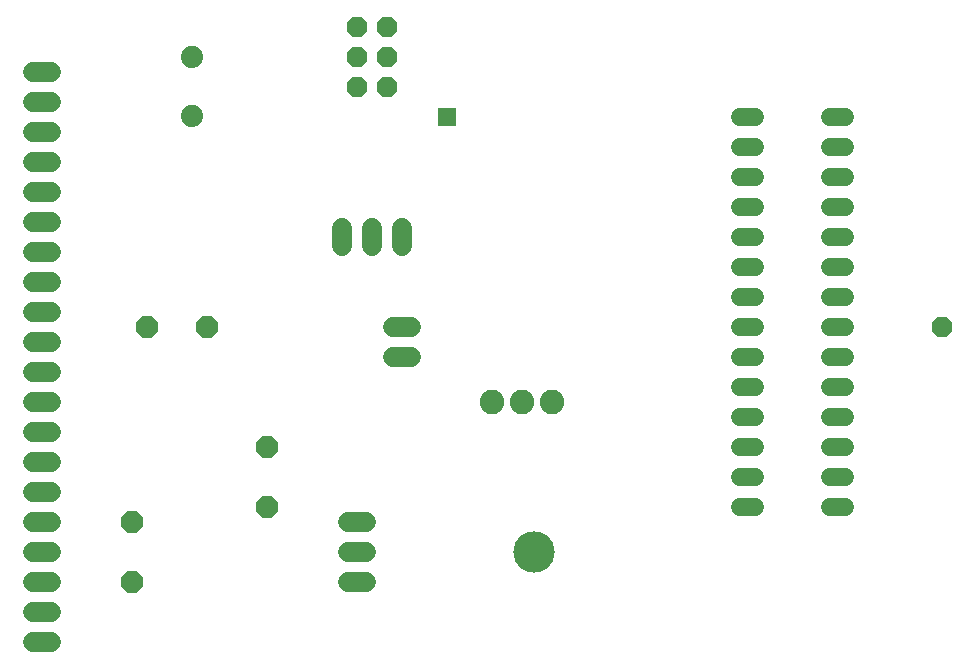
<source format=gts>
G75*
%MOIN*%
%OFA0B0*%
%FSLAX24Y24*%
%IPPOS*%
%LPD*%
%AMOC8*
5,1,8,0,0,1.08239X$1,22.5*
%
%ADD10C,0.0600*%
%ADD11C,0.0680*%
%ADD12OC8,0.0680*%
%ADD13C,0.0820*%
%ADD14C,0.0740*%
%ADD15OC8,0.0710*%
%ADD16C,0.1380*%
%ADD17R,0.0611X0.0611*%
D10*
X031340Y010600D02*
X031860Y010600D01*
X031860Y011600D02*
X031340Y011600D01*
X031340Y012600D02*
X031860Y012600D01*
X031860Y013600D02*
X031340Y013600D01*
X031340Y014600D02*
X031860Y014600D01*
X031860Y015600D02*
X031340Y015600D01*
X031340Y016600D02*
X031860Y016600D01*
X031860Y017600D02*
X031340Y017600D01*
X031340Y018600D02*
X031860Y018600D01*
X031860Y019600D02*
X031340Y019600D01*
X031340Y020600D02*
X031860Y020600D01*
X031860Y021600D02*
X031340Y021600D01*
X031340Y022600D02*
X031860Y022600D01*
X031860Y023600D02*
X031340Y023600D01*
X034340Y023600D02*
X034860Y023600D01*
X034860Y022600D02*
X034340Y022600D01*
X034340Y021600D02*
X034860Y021600D01*
X034860Y020600D02*
X034340Y020600D01*
X034340Y019600D02*
X034860Y019600D01*
X034860Y018600D02*
X034340Y018600D01*
X034340Y017600D02*
X034860Y017600D01*
X034860Y016600D02*
X034340Y016600D01*
X034340Y015600D02*
X034860Y015600D01*
X034860Y014600D02*
X034340Y014600D01*
X034340Y013600D02*
X034860Y013600D01*
X034860Y012600D02*
X034340Y012600D01*
X034340Y011600D02*
X034860Y011600D01*
X034860Y010600D02*
X034340Y010600D01*
D11*
X008400Y006100D02*
X007800Y006100D01*
X007800Y007100D02*
X008400Y007100D01*
X008400Y008100D02*
X007800Y008100D01*
X007800Y009100D02*
X008400Y009100D01*
X008400Y010100D02*
X007800Y010100D01*
X007800Y011100D02*
X008400Y011100D01*
X008400Y012100D02*
X007800Y012100D01*
X007800Y013100D02*
X008400Y013100D01*
X008400Y014100D02*
X007800Y014100D01*
X007800Y015100D02*
X008400Y015100D01*
X008400Y016100D02*
X007800Y016100D01*
X007800Y017100D02*
X008400Y017100D01*
X008400Y018100D02*
X007800Y018100D01*
X007800Y019100D02*
X008400Y019100D01*
X008400Y020100D02*
X007800Y020100D01*
X007800Y021100D02*
X008400Y021100D01*
X008400Y022100D02*
X007800Y022100D01*
X007800Y023100D02*
X008400Y023100D01*
X008400Y024100D02*
X007800Y024100D01*
X007800Y025100D02*
X008400Y025100D01*
X018100Y019900D02*
X018100Y019300D01*
X019100Y019300D02*
X019100Y019900D01*
X020100Y019900D02*
X020100Y019300D01*
X020400Y016600D02*
X019800Y016600D01*
X019800Y015600D02*
X020400Y015600D01*
X018900Y010100D02*
X018300Y010100D01*
X018300Y009100D02*
X018900Y009100D01*
X018900Y008100D02*
X018300Y008100D01*
D12*
X038100Y016600D03*
X019600Y024600D03*
X019600Y025600D03*
X019600Y026600D03*
X018600Y026600D03*
X018600Y025600D03*
X018600Y024600D03*
D13*
X023100Y014100D03*
X024100Y014100D03*
X025100Y014100D03*
D14*
X013100Y023616D03*
X013100Y025584D03*
D15*
X013600Y016600D03*
X011600Y016600D03*
X015600Y012600D03*
X015600Y010600D03*
X011100Y010100D03*
X011100Y008100D03*
D16*
X024500Y009100D03*
D17*
X021600Y023600D03*
M02*

</source>
